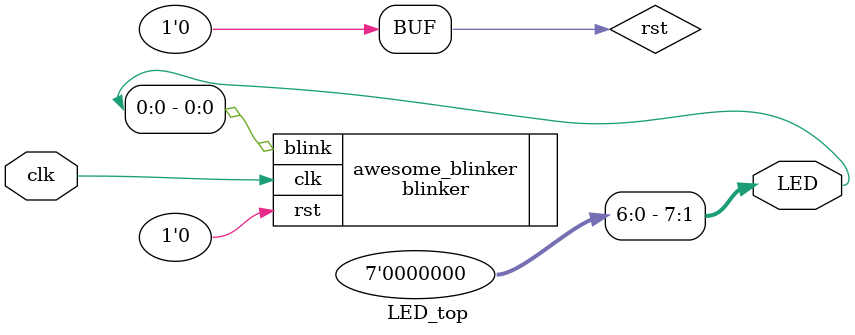
<source format=v>
module LED_top(
    // 50MHz clock input
    input clk,
    // Input from buttons (active low)
//    input [3:0]sw_n,
    // Outputs to the 8 onboard LEDs
    output[7:0]LED,
    );

wire rst = 1'b0;//~sw_n[3]; // make reset active high

// these signals should be high-z when not used
//assign sw1 = 1'bz;
//assign sw2 = 1'bz;
//assign sw3 = 1'bz;

assign LED[7:1] = 7'b0;



  blinker awesome_blinker (
    .clk(clk),
    .rst(rst),
    .blink(LED[0])
  );

endmodule

</source>
